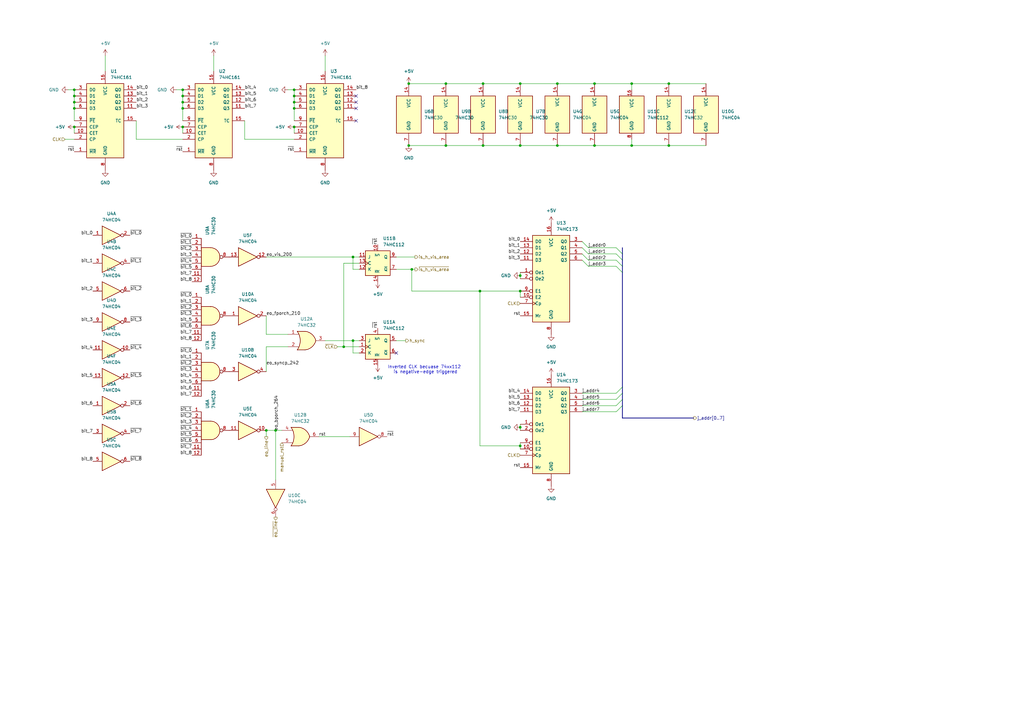
<source format=kicad_sch>
(kicad_sch (version 20250114) (generator "eeschema") (generator_version "9.0")
  (paper "A3")
  (lib_symbols
    (symbol "74xx:74HC04"
      (property "Reference" "U" (at 0 1.27 0))
      (property "Value" "74HC04" (at 0 -1.27 0))
      (symbol "74HC04_1_0"
        (polyline (pts (xy -3.81 3.81) (xy -3.81 -3.81) (xy 3.81 0) (xy -3.81 3.81)) (stroke (width 0.254)) (fill (type background)))
        (pin input line (at -7.62 0 0) (length 3.81) (name "~") (number "1"))
        (pin output inverted (at 7.62 0 180) (length 3.81) (name "~") (number "2"))
      )
      (symbol "74HC04_2_0"
        (polyline (pts (xy -3.81 3.81) (xy -3.81 -3.81) (xy 3.81 0) (xy -3.81 3.81)) (stroke (width 0.254)) (fill (type background)))
        (pin input line (at -7.62 0 0) (length 3.81) (name "~") (number "3"))
        (pin output inverted (at 7.62 0 180) (length 3.81) (name "~") (number "4"))
      )
      (symbol "74HC04_3_0"
        (polyline (pts (xy -3.81 3.81) (xy -3.81 -3.81) (xy 3.81 0) (xy -3.81 3.81)) (stroke (width 0.254)) (fill (type background)))
        (pin input line (at -7.62 0 0) (length 3.81) (name "~") (number "5"))
        (pin output inverted (at 7.62 0 180) (length 3.81) (name "~") (number "6"))
      )
      (symbol "74HC04_4_0"
        (polyline (pts (xy -3.81 3.81) (xy -3.81 -3.81) (xy 3.81 0) (xy -3.81 3.81)) (stroke (width 0.254)) (fill (type background)))
        (pin input line (at -7.62 0 0) (length 3.81) (name "~") (number "9"))
        (pin output inverted (at 7.62 0 180) (length 3.81) (name "~") (number "8"))
      )
      (symbol "74HC04_5_0"
        (polyline (pts (xy -3.81 3.81) (xy -3.81 -3.81) (xy 3.81 0) (xy -3.81 3.81)) (stroke (width 0.254)) (fill (type background)))
        (pin input line (at -7.62 0 0) (length 3.81) (name "~") (number "11"))
        (pin output inverted (at 7.62 0 180) (length 3.81) (name "~") (number "10"))
      )
      (symbol "74HC04_6_0"
        (polyline (pts (xy -3.81 3.81) (xy -3.81 -3.81) (xy 3.81 0) (xy -3.81 3.81)) (stroke (width 0.254)) (fill (type background)))
        (pin input line (at -7.62 0 0) (length 3.81) (name "~") (number "13"))
        (pin output inverted (at 7.62 0 180) (length 3.81) (name "~") (number "12"))
      )
      (symbol "74HC04_7_0"
        (pin power_in line (at 0 12.7 270) (length 5.08) (name "VCC") (number "14"))
        (pin power_in line (at 0 -12.7 90) (length 5.08) (name "GND") (number "7"))
      )
      (symbol "74HC04_7_1"
        (rectangle (start -5.08 7.62) (end 5.08 -7.62) (stroke (width 0.254)) (fill (type background)))
      )
    )
    (symbol "74xx:74HC173" (pin_names (offset 1.016))
      (property "Reference" "U" (at -7.62 19.05 0))
      (property "Value" "74HC173" (at -7.62 -19.05 0))
      (symbol "74HC173_1_0"
        (pin input line (at -12.7 15.24 0) (length 5.08) (name "D0") (number "14"))
        (pin input line (at -12.7 12.7 0) (length 5.08) (name "D1") (number "13"))
        (pin input line (at -12.7 10.16 0) (length 5.08) (name "D2") (number "12"))
        (pin input line (at -12.7 7.62 0) (length 5.08) (name "D3") (number "11"))
        (pin input inverted (at -12.7 2.54 0) (length 5.08) (name "Oe1") (number "1"))
        (pin input inverted (at -12.7 0 0) (length 5.08) (name "Oe2") (number "2"))
        (pin input inverted (at -12.7 -5.08 0) (length 5.08) (name "E1") (number "9"))
        (pin input inverted (at -12.7 -7.62 0) (length 5.08) (name "E2") (number "10"))
        (pin input clock (at -12.7 -10.16 0) (length 5.08) (name "Cp") (number "7"))
        (pin input line (at -12.7 -15.24 0) (length 5.08) (name "Mr") (number "15"))
        (pin power_in line (at 0 22.86 270) (length 5.08) (name "VCC") (number "16"))
        (pin power_in line (at 0 -22.86 90) (length 5.08) (name "GND") (number "8"))
        (pin tri_state line (at 12.7 15.24 180) (length 5.08) (name "Q0") (number "3"))
        (pin tri_state line (at 12.7 12.7 180) (length 5.08) (name "Q1") (number "4"))
        (pin tri_state line (at 12.7 10.16 180) (length 5.08) (name "Q2") (number "5"))
        (pin tri_state line (at 12.7 7.62 180) (length 5.08) (name "Q3") (number "6"))
      )
      (symbol "74HC173_1_1"
        (rectangle (start -7.62 17.78) (end 7.62 -17.78) (stroke (width 0.254)) (fill (type background)))
      )
    )
    (symbol "74xx:74LS112" (pin_names (offset 1.016))
      (property "Reference" "U" (at -7.62 8.89 0))
      (property "Value" "74LS112" (at -7.62 -8.89 0))
      (symbol "74LS112_1_0"
        (pin input line (at -7.62 2.54 0) (length 2.54) (name "J") (number "3"))
        (pin input clock (at -7.62 0 0) (length 2.54) (name "C") (number "1"))
        (pin input line (at -7.62 -2.54 0) (length 2.54) (name "K") (number "2"))
        (pin input line (at 0 7.62 270) (length 2.54) (name "~{S}") (number "4"))
        (pin input line (at 0 -7.62 90) (length 2.54) (name "~{R}") (number "15"))
        (pin output line (at 7.62 2.54 180) (length 2.54) (name "Q") (number "5"))
        (pin output line (at 7.62 -2.54 180) (length 2.54) (name "~{Q}") (number "6"))
      )
      (symbol "74LS112_1_1"
        (rectangle (start -5.08 5.08) (end 5.08 -5.08) (stroke (width 0.254)) (fill (type background)))
      )
      (symbol "74LS112_2_0"
        (pin input line (at -7.62 2.54 0) (length 2.54) (name "J") (number "11"))
        (pin input clock (at -7.62 0 0) (length 2.54) (name "C") (number "13"))
        (pin input line (at -7.62 -2.54 0) (length 2.54) (name "K") (number "12"))
        (pin input line (at 0 7.62 270) (length 2.54) (name "~{S}") (number "10"))
        (pin input line (at 0 -7.62 90) (length 2.54) (name "~{R}") (number "14"))
        (pin output line (at 7.62 2.54 180) (length 2.54) (name "Q") (number "9"))
        (pin output line (at 7.62 -2.54 180) (length 2.54) (name "~{Q}") (number "7"))
      )
      (symbol "74LS112_2_1"
        (rectangle (start -5.08 5.08) (end 5.08 -5.08) (stroke (width 0.254)) (fill (type background)))
      )
      (symbol "74LS112_3_0"
        (pin power_in line (at 0 10.16 270) (length 2.54) (name "VCC") (number "16"))
        (pin power_in line (at 0 -10.16 90) (length 2.54) (name "GND") (number "8"))
      )
      (symbol "74LS112_3_1"
        (rectangle (start -5.08 7.62) (end 5.08 -7.62) (stroke (width 0.254)) (fill (type background)))
      )
    )
    (symbol "74xx:74LS161" (pin_names (offset 1.016))
      (property "Reference" "U" (at -7.62 16.51 0))
      (property "Value" "74LS161" (at -7.62 -16.51 0))
      (symbol "74LS161_1_0"
        (pin input line (at -12.7 12.7 0) (length 5.08) (name "D0") (number "3"))
        (pin input line (at -12.7 10.16 0) (length 5.08) (name "D1") (number "4"))
        (pin input line (at -12.7 7.62 0) (length 5.08) (name "D2") (number "5"))
        (pin input line (at -12.7 5.08 0) (length 5.08) (name "D3") (number "6"))
        (pin input line (at -12.7 0 0) (length 5.08) (name "~{PE}") (number "9"))
        (pin input line (at -12.7 -2.54 0) (length 5.08) (name "CEP") (number "7"))
        (pin input line (at -12.7 -5.08 0) (length 5.08) (name "CET") (number "10"))
        (pin input line (at -12.7 -7.62 0) (length 5.08) (name "CP") (number "2"))
        (pin input line (at -12.7 -12.7 0) (length 5.08) (name "~{MR}") (number "1"))
        (pin power_in line (at 0 20.32 270) (length 5.08) (name "VCC") (number "16"))
        (pin power_in line (at 0 -20.32 90) (length 5.08) (name "GND") (number "8"))
        (pin output line (at 12.7 12.7 180) (length 5.08) (name "Q0") (number "14"))
        (pin output line (at 12.7 10.16 180) (length 5.08) (name "Q1") (number "13"))
        (pin output line (at 12.7 7.62 180) (length 5.08) (name "Q2") (number "12"))
        (pin output line (at 12.7 5.08 180) (length 5.08) (name "Q3") (number "11"))
        (pin output line (at 12.7 0 180) (length 5.08) (name "TC") (number "15"))
      )
      (symbol "74LS161_1_1"
        (rectangle (start -7.62 15.24) (end 7.62 -15.24) (stroke (width 0.254)) (fill (type background)))
      )
    )
    (symbol "74xx:74LS30" (pin_names (offset 1.016))
      (property "Reference" "U" (at 0 1.27 0))
      (property "Value" "74LS30" (at 0 -1.27 0))
      (symbol "74LS30_1_1"
        (polyline (pts (xy -3.81 7.62) (xy -3.81 -10.16)) (stroke (width 0.254)))
        (arc (start 0 3.81) (mid 3.7934 0) (end 0 -3.81) (stroke (width 0.254)) (fill (type background)))
        (polyline (pts (xy 0 3.81) (xy -3.81 3.81) (xy -3.81 -3.81) (xy 0 -3.81)) (stroke (width 0.254)) (fill (type background)))
        (pin input line (at -7.62 7.62 0) (length 3.81) (name "~") (number "1"))
        (pin input line (at -7.62 5.08 0) (length 3.81) (name "~") (number "2"))
        (pin input line (at -7.62 2.54 0) (length 3.81) (name "~") (number "3"))
        (pin input line (at -7.62 0 0) (length 3.81) (name "~") (number "4"))
        (pin input line (at -7.62 -2.54 0) (length 3.81) (name "~") (number "5"))
        (pin input line (at -7.62 -5.08 0) (length 3.81) (name "~") (number "6"))
        (pin input line (at -7.62 -7.62 0) (length 3.81) (name "~") (number "11"))
        (pin input line (at -7.62 -10.16 0) (length 3.81) (name "~") (number "12"))
        (pin output inverted (at 7.62 0 180) (length 3.81) (name "~") (number "8"))
      )
      (symbol "74LS30_1_2"
        (arc (start -3.81 3.81) (mid -2.589 0) (end -3.81 -3.81) (stroke (width 0.254)))
        (polyline (pts (xy -3.81 7.62) (xy -3.81 3.81)) (stroke (width 0.254)))
        (polyline (pts (xy -3.81 3.81) (xy -0.635 3.81)) (stroke (width 0.254)) (fill (type background)))
        (polyline (pts (xy -3.81 -3.81) (xy -3.81 -10.16)) (stroke (width 0.254)))
        (polyline (pts (xy -3.81 -3.81) (xy -0.635 -3.81)) (stroke (width 0.254)) (fill (type background)))
        (arc (start 3.81 0) (mid 2.1855 -2.584) (end -0.6096 -3.81) (stroke (width 0.254)) (fill (type background)))
        (arc (start -0.6096 3.81) (mid 2.1928 2.5924) (end 3.81 0) (stroke (width 0.254)) (fill (type background)))
        (polyline (pts (xy -0.635 3.81) (xy -3.81 3.81) (xy -3.81 3.81) (xy -3.556 3.4036) (xy -3.0226 2.2606) (xy -2.6924 1.0414) (xy -2.6162 -0.254) (xy -2.7686 -1.4986) (xy -3.175 -2.7178) (xy -3.81 -3.81) (xy -3.81 -3.81) (xy -0.635 -3.81)) (stroke (width -25.4)) (fill (type background)))
        (pin input inverted (at -7.62 7.62 0) (length 3.81) (name "~") (number "1"))
        (pin input inverted (at -7.62 5.08 0) (length 3.81) (name "~") (number "2"))
        (pin input inverted (at -7.62 2.54 0) (length 4.5466) (name "~") (number "3"))
        (pin input inverted (at -7.62 0 0) (length 5.08) (name "~") (number "4"))
        (pin input inverted (at -7.62 -2.54 0) (length 4.5466) (name "~") (number "5"))
        (pin input inverted (at -7.62 -5.08 0) (length 3.81) (name "~") (number "6"))
        (pin input inverted (at -7.62 -7.62 0) (length 3.81) (name "~") (number "11"))
        (pin input inverted (at -7.62 -10.16 0) (length 3.81) (name "~") (number "12"))
        (pin output line (at 7.62 0 180) (length 3.81) (name "~") (number "8"))
      )
      (symbol "74LS30_2_0"
        (pin power_in line (at 0 12.7 270) (length 5.08) (name "VCC") (number "14"))
        (pin power_in line (at 0 -12.7 90) (length 5.08) (name "GND") (number "7"))
      )
      (symbol "74LS30_2_1"
        (rectangle (start -5.08 7.62) (end 5.08 -7.62) (stroke (width 0.254)) (fill (type background)))
      )
    )
    (symbol "74xx:74LS32" (pin_names (offset 1.016))
      (property "Reference" "U" (at 0 1.27 0))
      (property "Value" "74LS32" (at 0 -1.27 0))
      (symbol "74LS32_1_1"
        (arc (start -3.81 3.81) (mid -2.589 0) (end -3.81 -3.81) (stroke (width 0.254)))
        (polyline (pts (xy -3.81 3.81) (xy -0.635 3.81)) (stroke (width 0.254)) (fill (type background)))
        (polyline (pts (xy -3.81 -3.81) (xy -0.635 -3.81)) (stroke (width 0.254)) (fill (type background)))
        (arc (start 3.81 0) (mid 2.1855 -2.584) (end -0.6096 -3.81) (stroke (width 0.254)) (fill (type background)))
        (arc (start -0.6096 3.81) (mid 2.1928 2.5924) (end 3.81 0) (stroke (width 0.254)) (fill (type background)))
        (polyline (pts (xy -0.635 3.81) (xy -3.81 3.81) (xy -3.81 3.81) (xy -3.556 3.4036) (xy -3.0226 2.2606) (xy -2.6924 1.0414) (xy -2.6162 -0.254) (xy -2.7686 -1.4986) (xy -3.175 -2.7178) (xy -3.81 -3.81) (xy -3.81 -3.81) (xy -0.635 -3.81)) (stroke (width -25.4)) (fill (type background)))
        (pin input line (at -7.62 2.54 0) (length 4.318) (name "~") (number "1"))
        (pin input line (at -7.62 -2.54 0) (length 4.318) (name "~") (number "2"))
        (pin output line (at 7.62 0 180) (length 3.81) (name "~") (number "3"))
      )
      (symbol "74LS32_1_2"
        (arc (start 0 3.81) (mid 3.7934 0) (end 0 -3.81) (stroke (width 0.254)) (fill (type background)))
        (polyline (pts (xy 0 3.81) (xy -3.81 3.81) (xy -3.81 -3.81) (xy 0 -3.81)) (stroke (width 0.254)) (fill (type background)))
        (pin input inverted (at -7.62 2.54 0) (length 3.81) (name "~") (number "1"))
        (pin input inverted (at -7.62 -2.54 0) (length 3.81) (name "~") (number "2"))
        (pin output inverted (at 7.62 0 180) (length 3.81) (name "~") (number "3"))
      )
      (symbol "74LS32_2_1"
        (arc (start -3.81 3.81) (mid -2.589 0) (end -3.81 -3.81) (stroke (width 0.254)))
        (polyline (pts (xy -3.81 3.81) (xy -0.635 3.81)) (stroke (width 0.254)) (fill (type background)))
        (polyline (pts (xy -3.81 -3.81) (xy -0.635 -3.81)) (stroke (width 0.254)) (fill (type background)))
        (arc (start 3.81 0) (mid 2.1855 -2.584) (end -0.6096 -3.81) (stroke (width 0.254)) (fill (type background)))
        (arc (start -0.6096 3.81) (mid 2.1928 2.5924) (end 3.81 0) (stroke (width 0.254)) (fill (type background)))
        (polyline (pts (xy -0.635 3.81) (xy -3.81 3.81) (xy -3.81 3.81) (xy -3.556 3.4036) (xy -3.0226 2.2606) (xy -2.6924 1.0414) (xy -2.6162 -0.254) (xy -2.7686 -1.4986) (xy -3.175 -2.7178) (xy -3.81 -3.81) (xy -3.81 -3.81) (xy -0.635 -3.81)) (stroke (width -25.4)) (fill (type background)))
        (pin input line (at -7.62 2.54 0) (length 4.318) (name "~") (number "4"))
        (pin input line (at -7.62 -2.54 0) (length 4.318) (name "~") (number "5"))
        (pin output line (at 7.62 0 180) (length 3.81) (name "~") (number "6"))
      )
      (symbol "74LS32_2_2"
        (arc (start 0 3.81) (mid 3.7934 0) (end 0 -3.81) (stroke (width 0.254)) (fill (type background)))
        (polyline (pts (xy 0 3.81) (xy -3.81 3.81) (xy -3.81 -3.81) (xy 0 -3.81)) (stroke (width 0.254)) (fill (type background)))
        (pin input inverted (at -7.62 2.54 0) (length 3.81) (name "~") (number "4"))
        (pin input inverted (at -7.62 -2.54 0) (length 3.81) (name "~") (number "5"))
        (pin output inverted (at 7.62 0 180) (length 3.81) (name "~") (number "6"))
      )
      (symbol "74LS32_3_1"
        (arc (start -3.81 3.81) (mid -2.589 0) (end -3.81 -3.81) (stroke (width 0.254)))
        (polyline (pts (xy -3.81 3.81) (xy -0.635 3.81)) (stroke (width 0.254)) (fill (type background)))
        (polyline (pts (xy -3.81 -3.81) (xy -0.635 -3.81)) (stroke (width 0.254)) (fill (type background)))
        (arc (start 3.81 0) (mid 2.1855 -2.584) (end -0.6096 -3.81) (stroke (width 0.254)) (fill (type background)))
        (arc (start -0.6096 3.81) (mid 2.1928 2.5924) (end 3.81 0) (stroke (width 0.254)) (fill (type background)))
        (polyline (pts (xy -0.635 3.81) (xy -3.81 3.81) (xy -3.81 3.81) (xy -3.556 3.4036) (xy -3.0226 2.2606) (xy -2.6924 1.0414) (xy -2.6162 -0.254) (xy -2.7686 -1.4986) (xy -3.175 -2.7178) (xy -3.81 -3.81) (xy -3.81 -3.81) (xy -0.635 -3.81)) (stroke (width -25.4)) (fill (type background)))
        (pin input line (at -7.62 2.54 0) (length 4.318) (name "~") (number "9"))
        (pin input line (at -7.62 -2.54 0) (length 4.318) (name "~") (number "10"))
        (pin output line (at 7.62 0 180) (length 3.81) (name "~") (number "8"))
      )
      (symbol "74LS32_3_2"
        (arc (start 0 3.81) (mid 3.7934 0) (end 0 -3.81) (stroke (width 0.254)) (fill (type background)))
        (polyline (pts (xy 0 3.81) (xy -3.81 3.81) (xy -3.81 -3.81) (xy 0 -3.81)) (stroke (width 0.254)) (fill (type background)))
        (pin input inverted (at -7.62 2.54 0) (length 3.81) (name "~") (number "9"))
        (pin input inverted (at -7.62 -2.54 0) (length 3.81) (name "~") (number "10"))
        (pin output inverted (at 7.62 0 180) (length 3.81) (name "~") (number "8"))
      )
      (symbol "74LS32_4_1"
        (arc (start -3.81 3.81) (mid -2.589 0) (end -3.81 -3.81) (stroke (width 0.254)))
        (polyline (pts (xy -3.81 3.81) (xy -0.635 3.81)) (stroke (width 0.254)) (fill (type background)))
        (polyline (pts (xy -3.81 -3.81) (xy -0.635 -3.81)) (stroke (width 0.254)) (fill (type background)))
        (arc (start 3.81 0) (mid 2.1855 -2.584) (end -0.6096 -3.81) (stroke (width 0.254)) (fill (type background)))
        (arc (start -0.6096 3.81) (mid 2.1928 2.5924) (end 3.81 0) (stroke (width 0.254)) (fill (type background)))
        (polyline (pts (xy -0.635 3.81) (xy -3.81 3.81) (xy -3.81 3.81) (xy -3.556 3.4036) (xy -3.0226 2.2606) (xy -2.6924 1.0414) (xy -2.6162 -0.254) (xy -2.7686 -1.4986) (xy -3.175 -2.7178) (xy -3.81 -3.81) (xy -3.81 -3.81) (xy -0.635 -3.81)) (stroke (width -25.4)) (fill (type background)))
        (pin input line (at -7.62 2.54 0) (length 4.318) (name "~") (number "12"))
        (pin input line (at -7.62 -2.54 0) (length 4.318) (name "~") (number "13"))
        (pin output line (at 7.62 0 180) (length 3.81) (name "~") (number "11"))
      )
      (symbol "74LS32_4_2"
        (arc (start 0 3.81) (mid 3.7934 0) (end 0 -3.81) (stroke (width 0.254)) (fill (type background)))
        (polyline (pts (xy 0 3.81) (xy -3.81 3.81) (xy -3.81 -3.81) (xy 0 -3.81)) (stroke (width 0.254)) (fill (type background)))
        (pin input inverted (at -7.62 2.54 0) (length 3.81) (name "~") (number "12"))
        (pin input inverted (at -7.62 -2.54 0) (length 3.81) (name "~") (number "13"))
        (pin output inverted (at 7.62 0 180) (length 3.81) (name "~") (number "11"))
      )
      (symbol "74LS32_5_0"
        (pin power_in line (at 0 12.7 270) (length 5.08) (name "VCC") (number "14"))
        (pin power_in line (at 0 -12.7 90) (length 5.08) (name "GND") (number "7"))
      )
      (symbol "74LS32_5_1"
        (rectangle (start -5.08 7.62) (end 5.08 -7.62) (stroke (width 0.254)) (fill (type background)))
      )
    )
    (symbol "power:+5V" (power) (pin_numbers (hide yes)) (pin_names (offset 0) (hide yes))
      (property "Value" "+5V" (at 0 3.556 0))
      (symbol "+5V_0_1"
        (polyline (pts (xy -0.762 1.27) (xy 0 2.54)))
        (polyline (pts (xy 0 2.54) (xy 0.762 1.27)))
        (polyline (pts (xy 0 0) (xy 0 2.54)))
      )
      (symbol "+5V_1_1"
        (pin power_in line (at 0 0 90) (length 0) (name "~") (number "1"))
      )
    )
    (symbol "power:GND" (power) (pin_numbers (hide yes)) (pin_names (offset 0) (hide yes))
      (property "Value" "GND" (at 0 -3.81 0))
      (symbol "GND_0_1"
        (polyline (pts (xy 0 0) (xy 0 -1.27) (xy 1.27 -1.27) (xy 0 -2.54) (xy -1.27 -1.27) (xy 0 -1.27)))
      )
      (symbol "GND_1_1"
        (pin power_in line (at 0 0 270) (length 0) (name "~") (number "1"))
      )
    )
  )
  (text "Inverted CLK becuase 74xx112 \nis negative-edge triggered\n" (at 174.498 151.638 0) (effects (font (size 1.27 1.27))))
  (junction (at 74.93 52.07))
  (junction (at 140.97 142.24))
  (junction (at 259.08 34.29))
  (junction (at 120.65 44.45))
  (junction (at 259.08 59.69))
  (junction (at 213.36 182.88))
  (junction (at 213.36 59.69))
  (junction (at 243.84 34.29))
  (junction (at 182.88 34.29))
  (junction (at 274.32 34.29))
  (junction (at 113.03 176.53))
  (junction (at 30.48 52.07))
  (junction (at 213.36 119.38))
  (junction (at 30.48 36.83))
  (junction (at 120.65 39.37))
  (junction (at 30.48 44.45))
  (junction (at 213.36 175.26))
  (junction (at 198.12 34.29))
  (junction (at 228.6 34.29))
  (junction (at 120.65 41.91))
  (junction (at 74.93 41.91))
  (junction (at 74.93 39.37))
  (junction (at 120.65 36.83))
  (junction (at 168.91 110.49))
  (junction (at 274.32 59.69))
  (junction (at 144.78 139.7))
  (junction (at 30.48 41.91))
  (junction (at 74.93 36.83))
  (junction (at 167.64 59.69))
  (junction (at 30.48 39.37))
  (junction (at 144.78 105.41))
  (junction (at 120.65 52.07))
  (junction (at 213.36 113.03))
  (junction (at 196.85 119.38))
  (junction (at 109.22 176.53))
  (junction (at 198.12 59.69))
  (junction (at 182.88 59.69))
  (junction (at 243.84 59.69))
  (junction (at 213.36 34.29))
  (junction (at 228.6 59.69))
  (junction (at 74.93 44.45))
  (junction (at 167.64 34.29))
  (no_connect (at 146.05 49.53))
  (no_connect (at 146.05 44.45))
  (no_connect (at 162.56 144.78))
  (no_connect (at 146.05 39.37))
  (no_connect (at 146.05 41.91))
  (bus_entry (at 255.27 163.83) (size -2.54 2.54))
  (bus_entry (at 238.76 99.06) (size 2.54 2.54))
  (bus_entry (at 255.27 104.14) (size -2.54 -2.54))
  (bus_entry (at 238.76 106.68) (size 2.54 2.54))
  (bus_entry (at 255.27 106.68) (size -2.54 -2.54))
  (bus_entry (at 255.27 158.75) (size -2.54 2.54))
  (bus_entry (at 238.76 104.14) (size 2.54 2.54))
  (bus_entry (at 255.27 111.76) (size -2.54 -2.54))
  (bus_entry (at 255.27 109.22) (size -2.54 -2.54))
  (bus_entry (at 238.76 101.6) (size 2.54 2.54))
  (bus_entry (at 255.27 166.37) (size -2.54 2.54))
  (bus_entry (at 255.27 161.29) (size -2.54 2.54))
  (wire (pts (xy 259.08 34.29) (xy 259.08 36.83)))
  (wire (pts (xy 43.18 22.86) (xy 43.18 29.21)))
  (wire (pts (xy 74.93 44.45) (xy 74.93 49.53)))
  (wire (pts (xy 241.3 104.14) (xy 252.73 104.14)))
  (wire (pts (xy 55.88 49.53) (xy 55.88 57.15)))
  (wire (pts (xy 196.85 182.88) (xy 213.36 182.88)))
  (wire (pts (xy 243.84 59.69) (xy 259.08 59.69)))
  (wire (pts (xy 140.97 107.95) (xy 147.32 107.95)))
  (bus (pts (xy 255.27 104.14) (xy 255.27 106.68)))
  (wire (pts (xy 213.36 111.76) (xy 213.36 113.03)))
  (wire (pts (xy 109.22 152.4) (xy 109.22 142.24)))
  (wire (pts (xy 109.22 176.53) (xy 113.03 176.53)))
  (wire (pts (xy 140.97 142.24) (xy 147.32 142.24)))
  (wire (pts (xy 162.56 105.41) (xy 170.18 105.41)))
  (wire (pts (xy 133.35 139.7) (xy 144.78 139.7)))
  (bus (pts (xy 255.27 101.6) (xy 255.27 104.14)))
  (wire (pts (xy 162.56 110.49) (xy 168.91 110.49)))
  (wire (pts (xy 166.37 139.7) (xy 162.56 139.7)))
  (wire (pts (xy 120.65 44.45) (xy 120.65 49.53)))
  (wire (pts (xy 168.91 110.49) (xy 168.91 119.38)))
  (wire (pts (xy 120.65 41.91) (xy 120.65 44.45)))
  (wire (pts (xy 241.3 109.22) (xy 252.73 109.22)))
  (wire (pts (xy 238.76 163.83) (xy 252.73 163.83)))
  (wire (pts (xy 74.93 41.91) (xy 74.93 44.45)))
  (bus (pts (xy 255.27 106.68) (xy 255.27 109.22)))
  (wire (pts (xy 213.36 113.03) (xy 213.36 114.3)))
  (wire (pts (xy 72.39 36.83) (xy 74.93 36.83)))
  (wire (pts (xy 213.36 182.88) (xy 213.36 184.15)))
  (wire (pts (xy 138.43 142.24) (xy 140.97 142.24)))
  (wire (pts (xy 120.65 36.83) (xy 120.65 39.37)))
  (wire (pts (xy 167.64 34.29) (xy 182.88 34.29)))
  (wire (pts (xy 213.36 59.69) (xy 228.6 59.69)))
  (wire (pts (xy 147.32 105.41) (xy 144.78 105.41)))
  (wire (pts (xy 144.78 105.41) (xy 144.78 110.49)))
  (wire (pts (xy 144.78 144.78) (xy 147.32 144.78)))
  (wire (pts (xy 198.12 59.69) (xy 213.36 59.69)))
  (wire (pts (xy 228.6 59.69) (xy 243.84 59.69)))
  (bus (pts (xy 255.27 111.76) (xy 255.27 158.75)))
  (bus (pts (xy 255.27 166.37) (xy 255.27 171.45)))
  (wire (pts (xy 213.36 181.61) (xy 213.36 182.88)))
  (bus (pts (xy 255.27 109.22) (xy 255.27 111.76)))
  (wire (pts (xy 196.85 119.38) (xy 213.36 119.38)))
  (bus (pts (xy 255.27 163.83) (xy 255.27 166.37)))
  (wire (pts (xy 113.03 176.53) (xy 113.03 196.85)))
  (wire (pts (xy 238.76 166.37) (xy 252.73 166.37)))
  (wire (pts (xy 120.65 39.37) (xy 120.65 41.91)))
  (bus (pts (xy 255.27 171.45) (xy 284.48 171.45)))
  (wire (pts (xy 182.88 59.69) (xy 198.12 59.69)))
  (wire (pts (xy 241.3 101.6) (xy 252.73 101.6)))
  (wire (pts (xy 228.6 34.29) (xy 243.84 34.29)))
  (wire (pts (xy 113.03 176.53) (xy 115.57 176.53)))
  (wire (pts (xy 168.91 110.49) (xy 170.18 110.49)))
  (wire (pts (xy 259.08 34.29) (xy 274.32 34.29)))
  (wire (pts (xy 74.93 39.37) (xy 74.93 41.91)))
  (wire (pts (xy 238.76 168.91) (xy 252.73 168.91)))
  (wire (pts (xy 243.84 34.29) (xy 259.08 34.29)))
  (wire (pts (xy 168.91 119.38) (xy 196.85 119.38)))
  (wire (pts (xy 140.97 142.24) (xy 140.97 107.95)))
  (bus (pts (xy 255.27 161.29) (xy 255.27 163.83)))
  (wire (pts (xy 144.78 139.7) (xy 144.78 144.78)))
  (wire (pts (xy 109.22 129.54) (xy 109.22 137.16)))
  (wire (pts (xy 26.67 57.15) (xy 30.48 57.15)))
  (wire (pts (xy 30.48 39.37) (xy 30.48 41.91)))
  (wire (pts (xy 147.32 139.7) (xy 144.78 139.7)))
  (wire (pts (xy 133.35 22.86) (xy 133.35 29.21)))
  (wire (pts (xy 167.64 59.69) (xy 182.88 59.69)))
  (wire (pts (xy 100.33 49.53) (xy 100.33 57.15)))
  (wire (pts (xy 213.36 34.29) (xy 228.6 34.29)))
  (bus (pts (xy 255.27 158.75) (xy 255.27 161.29)))
  (wire (pts (xy 109.22 176.53) (xy 109.22 179.07)))
  (wire (pts (xy 120.65 52.07) (xy 120.65 54.61)))
  (wire (pts (xy 196.85 119.38) (xy 196.85 182.88)))
  (wire (pts (xy 55.88 57.15) (xy 74.93 57.15)))
  (wire (pts (xy 259.08 59.69) (xy 274.32 59.69)))
  (wire (pts (xy 100.33 57.15) (xy 120.65 57.15)))
  (wire (pts (xy 213.36 175.26) (xy 213.36 176.53)))
  (wire (pts (xy 241.3 106.68) (xy 252.73 106.68)))
  (wire (pts (xy 198.12 34.29) (xy 213.36 34.29)))
  (wire (pts (xy 27.94 36.83) (xy 30.48 36.83)))
  (wire (pts (xy 213.36 119.38) (xy 213.36 121.92)))
  (wire (pts (xy 144.78 110.49) (xy 147.32 110.49)))
  (wire (pts (xy 274.32 34.29) (xy 289.56 34.29)))
  (wire (pts (xy 274.32 59.69) (xy 289.56 59.69)))
  (wire (pts (xy 109.22 137.16) (xy 118.11 137.16)))
  (wire (pts (xy 118.11 36.83) (xy 120.65 36.83)))
  (wire (pts (xy 30.48 44.45) (xy 30.48 49.53)))
  (wire (pts (xy 109.22 142.24) (xy 118.11 142.24)))
  (wire (pts (xy 130.81 179.07) (xy 143.51 179.07)))
  (wire (pts (xy 30.48 36.83) (xy 30.48 39.37)))
  (wire (pts (xy 87.63 22.86) (xy 87.63 29.21)))
  (wire (pts (xy 30.48 41.91) (xy 30.48 44.45)))
  (wire (pts (xy 30.48 52.07) (xy 30.48 54.61)))
  (wire (pts (xy 182.88 34.29) (xy 198.12 34.29)))
  (wire (pts (xy 74.93 36.83) (xy 74.93 39.37)))
  (wire (pts (xy 74.93 52.07) (xy 74.93 54.61)))
  (wire (pts (xy 109.22 105.41) (xy 144.78 105.41)))
  (wire (pts (xy 259.08 59.69) (xy 259.08 57.15)))
  (wire (pts (xy 238.76 161.29) (xy 252.73 161.29)))
  (wire (pts (xy 213.36 173.99) (xy 213.36 175.26)))
  (label "rst" (at 213.36 129.54 180))
  (label "bit_5" (at 213.36 163.83 180))
  (label "bit_6" (at 78.74 160.02 180))
  (label "j_addr5" (at 238.76 163.83 0))
  (label "bit_5" (at 78.74 132.08 180))
  (label "~{bit_6}" (at 78.74 181.61 180))
  (label "bit_1" (at 78.74 124.46 180))
  (label "~{bit_4}" (at 78.74 107.95 180))
  (label "bit_4" (at 100.33 36.83 0))
  (label "eo_bporch_264" (at 114.3 176.53 90))
  (label "~{bit_0}" (at 78.74 121.92 180))
  (label "bit_8" (at 78.74 139.7 180))
  (label "bit_1" (at 78.74 147.32 180))
  (label "~{bit_3}" (at 78.74 152.4 180))
  (label "bit_3" (at 78.74 105.41 180))
  (label "bit_7" (at 78.74 137.16 180))
  (label "~{bit_5}" (at 78.74 179.07 180))
  (label "bit_6" (at 38.1 166.37 180))
  (label "j_addr1" (at 241.3 104.14 0))
  (label "~{rst}" (at 154.94 100.33 90))
  (label "~{bit_0}" (at 78.74 97.79 180))
  (label "bit_8" (at 78.74 115.57 180))
  (label "~{bit_2}" (at 53.34 119.38 0))
  (label "bit_3" (at 55.88 44.45 0))
  (label "bit_7" (at 38.1 177.8 180))
  (label "bit_7" (at 100.33 44.45 0))
  (label "bit_5" (at 38.1 154.94 180))
  (label "eo_fporch_210" (at 109.22 129.54 0))
  (label "j_addr0" (at 241.3 101.6 0))
  (label "~{bit_0}" (at 78.74 144.78 180))
  (label "bit_1" (at 55.88 39.37 0))
  (label "bit_0" (at 55.88 36.83 0))
  (label "~{bit_2}" (at 78.74 127 180))
  (label "bit_8" (at 78.74 186.69 180))
  (label "bit_7" (at 78.74 162.56 180))
  (label "bit_2" (at 38.1 119.38 180))
  (label "bit_3" (at 213.36 106.68 180))
  (label "bit_8" (at 38.1 189.23 180))
  (label "~{rst}" (at 154.94 134.62 90))
  (label "bit_4" (at 38.1 143.51 180))
  (label "eo_syncp_242" (at 109.22 149.86 0))
  (label "~{bit_3}" (at 78.74 129.54 180))
  (label "~{bit_4}" (at 78.74 176.53 180))
  (label "bit_1" (at 38.1 107.95 180))
  (label "~{bit_6}" (at 53.34 166.37 0))
  (label "~{bit_1}" (at 78.74 168.91 180))
  (label "bit_5" (at 78.74 157.48 180))
  (label "~{bit_0}" (at 53.34 96.52 0))
  (label "~{bit_8}" (at 53.34 189.23 0))
  (label "~{rst}" (at 30.48 62.23 180))
  (label "j_addr6" (at 238.76 166.37 0))
  (label "bit_6" (at 100.33 41.91 0))
  (label "~{bit_1}" (at 53.34 107.95 0))
  (label "~{rst}" (at 120.65 62.23 180))
  (label "~{bit_3}" (at 53.34 132.08 0))
  (label "bit_5" (at 100.33 39.37 0))
  (label "j_addr2" (at 241.3 106.68 0))
  (label "~{bit_1}" (at 78.74 100.33 180))
  (label "bit_3" (at 38.1 132.08 180))
  (label "j_addr4" (at 238.76 161.29 0))
  (label "rst" (at 130.81 179.07 0))
  (label "bit_4" (at 78.74 154.94 180))
  (label "~{bit_2}" (at 78.74 171.45 180))
  (label "bit_2" (at 213.36 104.14 180))
  (label "bit_8" (at 146.05 36.83 0))
  (label "~{bit_7}" (at 78.74 184.15 180))
  (label "~{bit_2}" (at 78.74 102.87 180))
  (label "bit_0" (at 38.1 96.52 180))
  (label "~{bit_5}" (at 78.74 110.49 180))
  (label "~{bit_5}" (at 53.34 154.94 0))
  (label "bit_3" (at 78.74 173.99 180))
  (label "bit_1" (at 213.36 101.6 180))
  (label "rst" (at 213.36 191.77 180))
  (label "bit_4" (at 213.36 161.29 180))
  (label "bit_0" (at 213.36 99.06 180))
  (label "~{bit_2}" (at 78.74 149.86 180))
  (label "~{rst}" (at 74.93 62.23 180))
  (label "j_addr3" (at 241.3 109.22 0))
  (label "eo_vis_200" (at 109.22 105.41 0))
  (label "j_addr7" (at 238.76 168.91 0))
  (label "~{bit_6}" (at 78.74 134.62 180))
  (label "bit_7" (at 213.36 168.91 180))
  (label "~{rst}" (at 158.75 179.07 0))
  (label "bit_6" (at 213.36 166.37 180))
  (label "~{bit_4}" (at 53.34 143.51 0))
  (label "~{bit_7}" (at 53.34 177.8 0))
  (label "bit_2" (at 55.88 41.91 0))
  (label "bit_7" (at 78.74 113.03 180))
  (hierarchical_label "~{eo_line}" (shape output) (at 113.03 212.09 270))
  (hierarchical_label "eo_line" (shape output) (at 109.22 179.07 270))
  (hierarchical_label "CLK" (shape input) (at 213.36 124.46 180) (property "Intersheetrefs" "${INTERSHEET_REFS}" (effects (hide yes))))
  (hierarchical_label "is_h_vis_area" (shape output) (at 170.18 105.41 0) (property "Intersheetrefs" "${INTERSHEET_REFS}" (effects (hide yes))))
  (hierarchical_label "CLK" (shape input) (at 213.36 186.69 180) (property "Intersheetrefs" "${INTERSHEET_REFS}" (effects (hide yes))))
  (hierarchical_label "manual_rst" (shape input) (at 115.57 181.61 270))
  (hierarchical_label "~{is_h_vis_area}" (shape output) (at 170.18 110.49 0) (property "Intersheetrefs" "${INTERSHEET_REFS}" (effects (hide yes))))
  (hierarchical_label "~{CLK}" (shape input) (at 138.43 142.24 180) (property "Intersheetrefs" "${INTERSHEET_REFS}" (effects (hide yes))))
  (hierarchical_label "j_addr[0..7]" (shape output) (at 284.48 171.45 0) (property "Intersheetrefs" "${INTERSHEET_REFS}" (effects (hide yes))))
  (hierarchical_label "h_sync" (shape output) (at 166.37 139.7 0) (property "Intersheetrefs" "${INTERSHEET_REFS}" (effects (hide yes))))
  (hierarchical_label "CLK" (shape input) (at 26.67 57.15 180) (property "Intersheetrefs" "${INTERSHEET_REFS}" (effects (hide yes))))
  (symbol (lib_id "74xx:74HC04") (at 45.72 119.38 0) (unit 3)
    (property "Reference" "U4" (at 45.72 110.49 0))
    (property "Value" "74HC04" (at 45.72 113.03 0))
    (property "Footprint" "Package_DIP:DIP-14_W7.62mm" (effects (hide yes)))
    (property "Datasheet" "https://assets.nexperia.com/documents/data-sheet/74HC_HCT04.pdf" (effects (hide yes)))
    (property "Description" "Hex Inverter" (effects (hide yes)))
  )
  (symbol (lib_id "power:GND") (at 226.06 137.16 0) (unit 1)
    (property "Reference" "#PWR020" (effects (hide yes)))
    (property "Value" "GND" (at 226.06 142.24 0))
    (property "Description" "Power symbol creates a global label with name \"GND\" , ground" (effects (hide yes)))
  )
  (symbol (lib_id "power:+5V") (at 154.94 115.57 180) (unit 1)
    (property "Reference" "#PWR018" (effects (hide yes)))
    (property "Value" "+5V" (at 154.94 120.65 0))
    (property "Description" "Power symbol creates a global label with name \"+5V\"" (effects (hide yes)))
  )
  (symbol (lib_id "74xx:74HC04") (at 113.03 204.47 270) (unit 3)
    (property "Reference" "U10" (at 118.11 203.1999 90) (effects (justify left)))
    (property "Value" "74HC04" (at 118.11 205.7399 90) (effects (justify left)))
    (property "Footprint" "Package_DIP:DIP-14_W7.62mm" (effects (hide yes)))
    (property "Datasheet" "https://assets.nexperia.com/documents/data-sheet/74HC_HCT04.pdf" (effects (hide yes)))
    (property "Description" "Hex Inverter" (effects (hide yes)))
  )
  (symbol (lib_id "power:GND") (at 213.36 175.26 270) (unit 1)
    (property "Reference" "#PWR022" (effects (hide yes)))
    (property "Value" "GND" (at 209.55 175.2599 90) (effects (justify right)))
    (property "Description" "Power symbol creates a global label with name \"GND\" , ground" (effects (hide yes)))
  )
  (symbol (lib_id "74xx:74LS32") (at 123.19 179.07 0) (unit 2)
    (property "Reference" "U12" (at 123.19 170.18 0))
    (property "Value" "74HC32" (at 123.19 172.72 0))
    (property "Footprint" "Package_DIP:DIP-14_W7.62mm" (effects (hide yes)))
    (property "Datasheet" "http://www.ti.com/lit/gpn/sn74LS32" (effects (hide yes)))
    (property "Description" "Quad 2-input OR" (effects (hide yes)))
  )
  (symbol (lib_id "74xx:74HC04") (at 45.72 107.95 0) (unit 2)
    (property "Reference" "U4" (at 45.72 99.06 0))
    (property "Value" "74HC04" (at 45.72 101.6 0))
    (property "Footprint" "Package_DIP:DIP-14_W7.62mm" (effects (hide yes)))
    (property "Datasheet" "https://assets.nexperia.com/documents/data-sheet/74HC_HCT04.pdf" (effects (hide yes)))
    (property "Description" "Hex Inverter" (effects (hide yes)))
  )
  (symbol (lib_id "74xx:74LS112") (at 259.08 46.99 0) (unit 3)
    (property "Reference" "U11" (at 265.43 45.7199 0) (effects (justify left)))
    (property "Value" "74HC112" (at 265.43 48.2599 0) (effects (justify left)))
    (property "Footprint" "Package_DIP:DIP-16_W7.62mm" (effects (hide yes)))
    (property "Datasheet" "http://www.ti.com/lit/gpn/sn74LS112" (effects (hide yes)))
    (property "Description" "dual JK Flip-Flop, Set & Reset" (effects (hide yes)))
  )
  (symbol (lib_id "74xx:74LS30") (at 182.88 46.99 0) (unit 2)
    (property "Reference" "U9" (at 189.23 45.7199 0) (effects (justify left)))
    (property "Value" "74HC30" (at 186.69 48.2599 0) (effects (justify left)))
    (property "Footprint" "Package_DIP:DIP-14_W7.62mm" (effects (hide yes)))
    (property "Datasheet" "http://www.ti.com/lit/gpn/sn74LS30" (effects (hide yes)))
    (property "Description" "8-input NAND" (effects (hide yes)))
  )
  (symbol (lib_id "power:+5V") (at 30.48 52.07 90) (unit 1)
    (property "Reference" "#PWR03" (effects (hide yes)))
    (property "Value" "+5V" (at 26.67 52.0699 90) (effects (justify left)))
    (property "Description" "Power symbol creates a global label with name \"+5V\"" (effects (hide yes)))
  )
  (symbol (lib_id "74xx:74HC04") (at 243.84 46.99 0) (unit 7)
    (property "Reference" "U5" (at 250.19 45.7199 0) (effects (justify left)))
    (property "Value" "74HC04" (at 250.19 48.2599 0) (effects (justify left)))
    (property "Footprint" "Package_DIP:DIP-14_W7.62mm" (effects (hide yes)))
    (property "Datasheet" "https://assets.nexperia.com/documents/data-sheet/74HC_HCT04.pdf" (effects (hide yes)))
    (property "Description" "Hex Inverter" (effects (hide yes)))
  )
  (symbol (lib_id "74xx:74LS112") (at 154.94 142.24 0) (unit 1)
    (property "Reference" "U11" (at 157.0833 132.08 0) (effects (justify left)))
    (property "Value" "74HC112" (at 157.0833 134.62 0) (effects (justify left)))
    (property "Footprint" "Package_DIP:DIP-16_W7.62mm" (effects (hide yes)))
    (property "Datasheet" "http://www.ti.com/lit/gpn/sn74LS112" (effects (hide yes)))
    (property "Description" "dual JK Flip-Flop, Set & Reset" (effects (hide yes)))
  )
  (symbol (lib_id "power:GND") (at 118.11 36.83 270) (unit 1)
    (property "Reference" "#PWR09" (effects (hide yes)))
    (property "Value" "GND" (at 114.3 36.8299 90) (effects (justify right)))
    (property "Description" "Power symbol creates a global label with name \"GND\" , ground" (effects (hide yes)))
  )
  (symbol (lib_id "power:GND") (at 226.06 199.39 0) (unit 1)
    (property "Reference" "#PWR024" (effects (hide yes)))
    (property "Value" "GND" (at 226.06 204.47 0))
    (property "Description" "Power symbol creates a global label with name \"GND\" , ground" (effects (hide yes)))
  )
  (symbol (lib_id "74xx:74HC04") (at 45.72 189.23 0) (unit 3)
    (property "Reference" "U5" (at 45.72 180.34 0))
    (property "Value" "74HC04" (at 45.72 182.88 0))
    (property "Footprint" "Package_DIP:DIP-14_W7.62mm" (effects (hide yes)))
    (property "Datasheet" "https://assets.nexperia.com/documents/data-sheet/74HC_HCT04.pdf" (effects (hide yes)))
    (property "Description" "Hex Inverter" (effects (hide yes)))
  )
  (symbol (lib_id "74xx:74LS30") (at 86.36 176.53 0) (unit 1)
    (property "Reference" "U6" (at 85.0816 167.64 90) (effects (justify left)))
    (property "Value" "74HC30" (at 87.6216 167.64 90) (effects (justify left)))
    (property "Footprint" "Package_DIP:DIP-14_W7.62mm" (effects (hide yes)))
    (property "Datasheet" "http://www.ti.com/lit/gpn/sn74LS30" (effects (hide yes)))
    (property "Description" "8-input NAND" (effects (hide yes)))
  )
  (symbol (lib_id "power:+5V") (at 74.93 52.07 90) (unit 1)
    (property "Reference" "#PWR06" (effects (hide yes)))
    (property "Value" "+5V" (at 71.12 52.0699 90) (effects (justify left)))
    (property "Description" "Power symbol creates a global label with name \"+5V\"" (effects (hide yes)))
  )
  (symbol (lib_id "74xx:74LS161") (at 43.18 49.53 0) (unit 1)
    (property "Reference" "U1" (at 45.3233 29.21 0) (effects (justify left)))
    (property "Value" "74HC161" (at 45.3233 31.75 0) (effects (justify left)))
    (property "Footprint" "Package_DIP:DIP-16_W7.62mm" (effects (hide yes)))
    (property "Datasheet" "http://www.ti.com/lit/gpn/sn74LS161" (effects (hide yes)))
    (property "Description" "Synchronous 4-bit programmable binary Counter" (effects (hide yes)))
  )
  (symbol (lib_id "power:+5V") (at 120.65 52.07 90) (unit 1)
    (property "Reference" "#PWR010" (effects (hide yes)))
    (property "Value" "+5V" (at 116.84 52.0699 90) (effects (justify left)))
    (property "Description" "Power symbol creates a global label with name \"+5V\"" (effects (hide yes)))
  )
  (symbol (lib_id "power:GND") (at 27.94 36.83 270) (unit 1)
    (property "Reference" "#PWR04" (effects (hide yes)))
    (property "Value" "GND" (at 24.13 36.8299 90) (effects (justify right)))
    (property "Description" "Power symbol creates a global label with name \"GND\" , ground" (effects (hide yes)))
  )
  (symbol (lib_id "74xx:74HC04") (at 289.56 46.99 0) (unit 7)
    (property "Reference" "U10" (at 295.91 45.7199 0) (effects (justify left)))
    (property "Value" "74HC04" (at 295.91 48.2599 0) (effects (justify left)))
    (property "Footprint" "Package_DIP:DIP-14_W7.62mm" (effects (hide yes)))
    (property "Datasheet" "https://assets.nexperia.com/documents/data-sheet/74HC_HCT04.pdf" (effects (hide yes)))
    (property "Description" "Hex Inverter" (effects (hide yes)))
  )
  (symbol (lib_id "74xx:74HC04") (at 101.6 129.54 0) (unit 1)
    (property "Reference" "U10" (at 101.6 120.65 0))
    (property "Value" "74HC04" (at 101.6 123.19 0))
    (property "Footprint" "Package_DIP:DIP-14_W7.62mm" (effects (hide yes)))
    (property "Datasheet" "https://assets.nexperia.com/documents/data-sheet/74HC_HCT04.pdf" (effects (hide yes)))
    (property "Description" "Hex Inverter" (effects (hide yes)))
  )
  (symbol (lib_id "74xx:74LS30") (at 86.36 105.41 0) (unit 1)
    (property "Reference" "U9" (at 85.0816 96.52 90) (effects (justify left)))
    (property "Value" "74HC30" (at 87.6216 96.52 90) (effects (justify left)))
    (property "Footprint" "Package_DIP:DIP-14_W7.62mm" (effects (hide yes)))
    (property "Datasheet" "http://www.ti.com/lit/gpn/sn74LS30" (effects (hide yes)))
    (property "Description" "8-input NAND" (effects (hide yes)))
  )
  (symbol (lib_id "74xx:74HC04") (at 45.72 154.94 0) (unit 6)
    (property "Reference" "U4" (at 45.72 146.05 0))
    (property "Value" "74HC04" (at 45.72 148.59 0))
    (property "Footprint" "Package_DIP:DIP-14_W7.62mm" (effects (hide yes)))
    (property "Datasheet" "https://assets.nexperia.com/documents/data-sheet/74HC_HCT04.pdf" (effects (hide yes)))
    (property "Description" "Hex Inverter" (effects (hide yes)))
  )
  (symbol (lib_id "power:GND") (at 213.36 113.03 270) (unit 1)
    (property "Reference" "#PWR021" (effects (hide yes)))
    (property "Value" "GND" (at 209.55 113.0299 90) (effects (justify right)))
    (property "Description" "Power symbol creates a global label with name \"GND\" , ground" (effects (hide yes)))
  )
  (symbol (lib_id "power:+5V") (at 43.18 22.86 0) (unit 1)
    (property "Reference" "#PWR01" (effects (hide yes)))
    (property "Value" "+5V" (at 43.18 17.78 0))
    (property "Description" "Power symbol creates a global label with name \"+5V\"" (effects (hide yes)))
  )
  (symbol (lib_id "power:+5V") (at 167.64 34.29 0) (unit 1)
    (property "Reference" "#PWR014" (effects (hide yes)))
    (property "Value" "+5V" (at 167.64 29.21 0))
    (property "Description" "Power symbol creates a global label with name \"+5V\"" (effects (hide yes)))
  )
  (symbol (lib_id "74xx:74LS30") (at 167.64 46.99 0) (unit 2)
    (property "Reference" "U6" (at 173.99 45.7199 0) (effects (justify left)))
    (property "Value" "74HC30" (at 173.99 48.2599 0) (effects (justify left)))
    (property "Footprint" "Package_DIP:DIP-14_W7.62mm" (effects (hide yes)))
    (property "Datasheet" "http://www.ti.com/lit/gpn/sn74LS30" (effects (hide yes)))
    (property "Description" "8-input NAND" (effects (hide yes)))
  )
  (symbol (lib_id "power:+5V") (at 226.06 91.44 0) (unit 1)
    (property "Reference" "#PWR019" (effects (hide yes)))
    (property "Value" "+5V" (at 226.06 86.36 0))
    (property "Description" "Power symbol creates a global label with name \"+5V\"" (effects (hide yes)))
  )
  (symbol (lib_id "power:GND") (at 72.39 36.83 270) (unit 1)
    (property "Reference" "#PWR05" (effects (hide yes)))
    (property "Value" "GND" (at 68.58 36.8299 90) (effects (justify right)))
    (property "Description" "Power symbol creates a global label with name \"GND\" , ground" (effects (hide yes)))
  )
  (symbol (lib_id "74xx:74LS32") (at 274.32 46.99 0) (unit 5)
    (property "Reference" "U12" (at 280.67 45.7199 0) (effects (justify left)))
    (property "Value" "74HC32" (at 280.67 48.2599 0) (effects (justify left)))
    (property "Footprint" "Package_DIP:DIP-14_W7.62mm" (effects (hide yes)))
    (property "Datasheet" "http://www.ti.com/lit/gpn/sn74LS32" (effects (hide yes)))
    (property "Description" "Quad 2-input OR" (effects (hide yes)))
  )
  (symbol (lib_id "74xx:74HC04") (at 45.72 177.8 0) (unit 2)
    (property "Reference" "U5" (at 45.72 168.91 0))
    (property "Value" "74HC04" (at 45.72 171.45 0))
    (property "Footprint" "Package_DIP:DIP-14_W7.62mm" (effects (hide yes)))
    (property "Datasheet" "https://assets.nexperia.com/documents/data-sheet/74HC_HCT04.pdf" (effects (hide yes)))
    (property "Description" "Hex Inverter" (effects (hide yes)))
  )
  (symbol (lib_id "74xx:74HC04") (at 101.6 176.53 0) (unit 5)
    (property "Reference" "U5" (at 101.6 167.64 0))
    (property "Value" "74HC04" (at 101.6 170.18 0))
    (property "Footprint" "Package_DIP:DIP-14_W7.62mm" (effects (hide yes)))
    (property "Datasheet" "https://assets.nexperia.com/documents/data-sheet/74HC_HCT04.pdf" (effects (hide yes)))
    (property "Description" "Hex Inverter" (effects (hide yes)))
  )
  (symbol (lib_id "power:+5V") (at 133.35 22.86 0) (unit 1)
    (property "Reference" "#PWR011" (effects (hide yes)))
    (property "Value" "+5V" (at 133.35 17.78 0))
    (property "Description" "Power symbol creates a global label with name \"+5V\"" (effects (hide yes)))
  )
  (symbol (lib_id "power:+5V") (at 226.06 153.67 0) (unit 1)
    (property "Reference" "#PWR023" (effects (hide yes)))
    (property "Value" "+5V" (at 226.06 148.59 0))
    (property "Description" "Power symbol creates a global label with name \"+5V\"" (effects (hide yes)))
  )
  (symbol (lib_id "power:+5V") (at 154.94 149.86 180) (unit 1)
    (property "Reference" "#PWR017" (effects (hide yes)))
    (property "Value" "+5V" (at 154.94 154.94 0))
    (property "Description" "Power symbol creates a global label with name \"+5V\"" (effects (hide yes)))
  )
  (symbol (lib_id "74xx:74HC04") (at 45.72 132.08 0) (unit 4)
    (property "Reference" "U4" (at 45.72 123.19 0))
    (property "Value" "74HC04" (at 45.72 125.73 0))
    (property "Footprint" "Package_DIP:DIP-14_W7.62mm" (effects (hide yes)))
    (property "Datasheet" "https://assets.nexperia.com/documents/data-sheet/74HC_HCT04.pdf" (effects (hide yes)))
    (property "Description" "Hex Inverter" (effects (hide yes)))
  )
  (symbol (lib_id "74xx:74LS30") (at 86.36 129.54 0) (unit 1)
    (property "Reference" "U8" (at 85.0816 120.65 90) (effects (justify left)))
    (property "Value" "74HC30" (at 87.6216 120.65 90) (effects (justify left)))
    (property "Footprint" "Package_DIP:DIP-14_W7.62mm" (effects (hide yes)))
    (property "Datasheet" "http://www.ti.com/lit/gpn/sn74LS30" (effects (hide yes)))
    (property "Description" "8-input NAND" (effects (hide yes)))
  )
  (symbol (lib_id "power:GND") (at 133.35 69.85 0) (unit 1)
    (property "Reference" "#PWR012" (effects (hide yes)))
    (property "Value" "GND" (at 133.35 74.93 0))
    (property "Description" "Power symbol creates a global label with name \"GND\" , ground" (effects (hide yes)))
  )
  (symbol (lib_id "74xx:74HC04") (at 228.6 46.99 0) (unit 7)
    (property "Reference" "U4" (at 234.95 45.7199 0) (effects (justify left)))
    (property "Value" "74HC04" (at 234.95 48.2599 0) (effects (justify left)))
    (property "Footprint" "Package_DIP:DIP-14_W7.62mm" (effects (hide yes)))
    (property "Datasheet" "https://assets.nexperia.com/documents/data-sheet/74HC_HCT04.pdf" (effects (hide yes)))
    (property "Description" "Hex Inverter" (effects (hide yes)))
  )
  (symbol (lib_id "power:GND") (at 43.18 69.85 0) (unit 1)
    (property "Reference" "#PWR02" (effects (hide yes)))
    (property "Value" "GND" (at 43.18 74.93 0))
    (property "Description" "Power symbol creates a global label with name \"GND\" , ground" (effects (hide yes)))
  )
  (symbol (lib_id "74xx:74HC04") (at 101.6 105.41 0) (unit 6)
    (property "Reference" "U5" (at 101.6 96.52 0))
    (property "Value" "74HC04" (at 101.6 99.06 0))
    (property "Footprint" "Package_DIP:DIP-14_W7.62mm" (effects (hide yes)))
    (property "Datasheet" "https://assets.nexperia.com/documents/data-sheet/74HC_HCT04.pdf" (effects (hide yes)))
    (property "Description" "Hex Inverter" (effects (hide yes)))
  )
  (symbol (lib_id "power:GND") (at 87.63 69.85 0) (unit 1)
    (property "Reference" "#PWR08" (effects (hide yes)))
    (property "Value" "GND" (at 87.63 74.93 0))
    (property "Description" "Power symbol creates a global label with name \"GND\" , ground" (effects (hide yes)))
  )
  (symbol (lib_id "power:GND") (at 167.64 59.69 0) (unit 1)
    (property "Reference" "#PWR015" (effects (hide yes)))
    (property "Value" "GND" (at 167.64 64.77 0))
    (property "Description" "Power symbol creates a global label with name \"GND\" , ground" (effects (hide yes)))
  )
  (symbol (lib_id "74xx:74LS161") (at 133.35 49.53 0) (unit 1)
    (property "Reference" "U3" (at 135.4933 29.21 0) (effects (justify left)))
    (property "Value" "74HC161" (at 135.4933 31.75 0) (effects (justify left)))
    (property "Footprint" "Package_DIP:DIP-16_W7.62mm" (effects (hide yes)))
    (property "Datasheet" "http://www.ti.com/lit/gpn/sn74LS161" (effects (hide yes)))
    (property "Description" "Synchronous 4-bit programmable binary Counter" (effects (hide yes)))
  )
  (symbol (lib_id "74xx:74HC04") (at 45.72 143.51 0) (unit 5)
    (property "Reference" "U4" (at 45.72 134.62 0))
    (property "Value" "74HC04" (at 45.72 137.16 0))
    (property "Footprint" "Package_DIP:DIP-14_W7.62mm" (effects (hide yes)))
    (property "Datasheet" "https://assets.nexperia.com/documents/data-sheet/74HC_HCT04.pdf" (effects (hide yes)))
    (property "Description" "Hex Inverter" (effects (hide yes)))
  )
  (symbol (lib_id "74xx:74HC04") (at 45.72 166.37 0) (unit 1)
    (property "Reference" "U5" (at 45.72 157.48 0))
    (property "Value" "74HC04" (at 45.72 160.02 0))
    (property "Footprint" "Package_DIP:DIP-14_W7.62mm" (effects (hide yes)))
    (property "Datasheet" "https://assets.nexperia.com/documents/data-sheet/74HC_HCT04.pdf" (effects (hide yes)))
    (property "Description" "Hex Inverter" (effects (hide yes)))
  )
  (symbol (lib_id "74xx:74LS30") (at 198.12 46.99 0) (unit 2)
    (property "Reference" "U8" (at 204.47 45.7199 0) (effects (justify left)))
    (property "Value" "74HC30" (at 204.47 48.2599 0) (effects (justify left)))
    (property "Footprint" "Package_DIP:DIP-14_W7.62mm" (effects (hide yes)))
    (property "Datasheet" "http://www.ti.com/lit/gpn/sn74LS30" (effects (hide yes)))
    (property "Description" "8-input NAND" (effects (hide yes)))
  )
  (symbol (lib_id "74xx:74HC173") (at 226.06 114.3 0) (unit 1)
    (property "Reference" "U13" (at 228.2033 91.44 0) (effects (justify left)))
    (property "Value" "74HC173" (at 228.2033 93.98 0) (effects (justify left)))
    (property "Footprint" "Package_DIP:DIP-16_W7.62mm" (effects (hide yes)))
    (property "Datasheet" "https://www.ti.com/lit/ds/symlink/cd74hc173.pdf" (effects (hide yes)))
    (property "Description" "4-bit D-type Register, 3 state out" (effects (hide yes)))
  )
  (symbol (lib_id "power:+5V") (at 87.63 22.86 0) (unit 1)
    (property "Reference" "#PWR07" (effects (hide yes)))
    (property "Value" "+5V" (at 87.63 17.78 0))
    (property "Description" "Power symbol creates a global label with name \"+5V\"" (effects (hide yes)))
  )
  (symbol (lib_id "74xx:74LS161") (at 87.63 49.53 0) (unit 1)
    (property "Reference" "U2" (at 89.7733 29.21 0) (effects (justify left)))
    (property "Value" "74HC161" (at 89.7733 31.75 0) (effects (justify left)))
    (property "Footprint" "Package_DIP:DIP-16_W7.62mm" (effects (hide yes)))
    (property "Datasheet" "http://www.ti.com/lit/gpn/sn74LS161" (effects (hide yes)))
    (property "Description" "Synchronous 4-bit programmable binary Counter" (effects (hide yes)))
  )
  (symbol (lib_id "74xx:74LS32") (at 125.73 139.7 0) (unit 1)
    (property "Reference" "U12" (at 125.73 130.81 0))
    (property "Value" "74HC32" (at 125.73 133.35 0))
    (property "Footprint" "Package_DIP:DIP-14_W7.62mm" (effects (hide yes)))
    (property "Datasheet" "http://www.ti.com/lit/gpn/sn74LS32" (effects (hide yes)))
    (property "Description" "Quad 2-input OR" (effects (hide yes)))
  )
  (symbol (lib_id "74xx:74LS112") (at 154.94 107.95 0) (unit 2)
    (property "Reference" "U11" (at 157.0833 97.79 0) (effects (justify left)))
    (property "Value" "74HC112" (at 157.0833 100.33 0) (effects (justify left)))
    (property "Footprint" "Package_DIP:DIP-16_W7.62mm" (effects (hide yes)))
    (property "Datasheet" "http://www.ti.com/lit/gpn/sn74LS112" (effects (hide yes)))
    (property "Description" "dual JK Flip-Flop, Set & Reset" (effects (hide yes)))
  )
  (symbol (lib_id "74xx:74LS30") (at 86.36 152.4 0) (unit 1)
    (property "Reference" "U7" (at 85.0816 143.51 90) (effects (justify left)))
    (property "Value" "74HC30" (at 87.6216 143.51 90) (effects (justify left)))
    (property "Footprint" "Package_DIP:DIP-14_W7.62mm" (effects (hide yes)))
    (property "Datasheet" "http://www.ti.com/lit/gpn/sn74LS30" (effects (hide yes)))
    (property "Description" "8-input NAND" (effects (hide yes)))
  )
  (symbol (lib_id "74xx:74HC04") (at 151.13 179.07 0) (unit 4)
    (property "Reference" "U5" (at 151.13 170.18 0))
    (property "Value" "74HC04" (at 151.13 172.72 0))
    (property "Footprint" "Package_DIP:DIP-14_W7.62mm" (effects (hide yes)))
    (property "Datasheet" "https://assets.nexperia.com/documents/data-sheet/74HC_HCT04.pdf" (effects (hide yes)))
    (property "Description" "Hex Inverter" (effects (hide yes)))
  )
  (symbol (lib_id "74xx:74HC04") (at 101.6 152.4 0) (unit 2)
    (property "Reference" "U10" (at 101.6 143.51 0))
    (property "Value" "74HC04" (at 101.6 146.05 0))
    (property "Footprint" "Package_DIP:DIP-14_W7.62mm" (effects (hide yes)))
    (property "Datasheet" "https://assets.nexperia.com/documents/data-sheet/74HC_HCT04.pdf" (effects (hide yes)))
    (property "Description" "Hex Inverter" (effects (hide yes)))
  )
  (symbol (lib_id "74xx:74LS30") (at 213.36 46.99 0) (unit 2)
    (property "Reference" "U7" (at 219.71 45.7199 0) (effects (justify left)))
    (property "Value" "74HC30" (at 217.17 48.2599 0) (effects (justify left)))
    (property "Footprint" "Package_DIP:DIP-14_W7.62mm" (effects (hide yes)))
    (property "Datasheet" "http://www.ti.com/lit/gpn/sn74LS30" (effects (hide yes)))
    (property "Description" "8-input NAND" (effects (hide yes)))
  )
  (symbol (lib_id "74xx:74HC04") (at 45.72 96.52 0) (unit 1)
    (property "Reference" "U4" (at 45.72 87.63 0))
    (property "Value" "74HC04" (at 45.72 90.17 0))
    (property "Footprint" "Package_DIP:DIP-14_W7.62mm" (effects (hide yes)))
    (property "Datasheet" "https://assets.nexperia.com/documents/data-sheet/74HC_HCT04.pdf" (effects (hide yes)))
    (property "Description" "Hex Inverter" (effects (hide yes)))
  )
  (symbol (lib_id "74xx:74HC173") (at 226.06 176.53 0) (unit 1)
    (property "Reference" "U14" (at 228.2033 153.67 0) (effects (justify left)))
    (property "Value" "74HC173" (at 228.2033 156.21 0) (effects (justify left)))
    (property "Footprint" "Package_DIP:DIP-16_W7.62mm" (effects (hide yes)))
    (property "Datasheet" "https://www.ti.com/lit/ds/symlink/cd74hc173.pdf" (effects (hide yes)))
    (property "Description" "4-bit D-type Register, 3 state out" (effects (hide yes)))
  )
)
</source>
